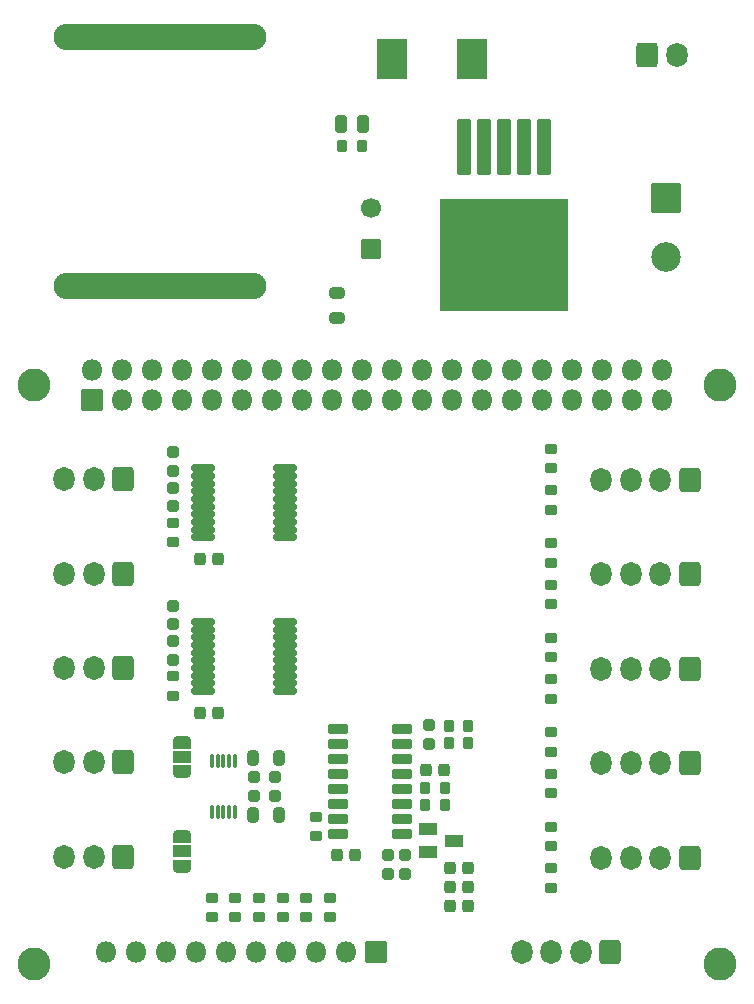
<source format=gbr>
%TF.GenerationSoftware,KiCad,Pcbnew,(6.0.9-0)*%
%TF.CreationDate,2023-01-29T21:41:42+00:00*%
%TF.ProjectId,FiringPi,46697269-6e67-4506-992e-6b696361645f,rev?*%
%TF.SameCoordinates,Original*%
%TF.FileFunction,Soldermask,Top*%
%TF.FilePolarity,Negative*%
%FSLAX46Y46*%
G04 Gerber Fmt 4.6, Leading zero omitted, Abs format (unit mm)*
G04 Created by KiCad (PCBNEW (6.0.9-0)) date 2023-01-29 21:41:42*
%MOMM*%
%LPD*%
G01*
G04 APERTURE LIST*
G04 Aperture macros list*
%AMRoundRect*
0 Rectangle with rounded corners*
0 $1 Rounding radius*
0 $2 $3 $4 $5 $6 $7 $8 $9 X,Y pos of 4 corners*
0 Add a 4 corners polygon primitive as box body*
4,1,4,$2,$3,$4,$5,$6,$7,$8,$9,$2,$3,0*
0 Add four circle primitives for the rounded corners*
1,1,$1+$1,$2,$3*
1,1,$1+$1,$4,$5*
1,1,$1+$1,$6,$7*
1,1,$1+$1,$8,$9*
0 Add four rect primitives between the rounded corners*
20,1,$1+$1,$2,$3,$4,$5,0*
20,1,$1+$1,$4,$5,$6,$7,0*
20,1,$1+$1,$6,$7,$8,$9,0*
20,1,$1+$1,$8,$9,$2,$3,0*%
%AMFreePoly0*
4,1,37,0.585355,0.785355,0.600000,0.750000,0.600000,-0.750000,0.585355,-0.785355,0.550000,-0.800000,0.000000,-0.800000,-0.012524,-0.794812,-0.080857,-0.793560,-0.094851,-0.791293,-0.230166,-0.749018,-0.242962,-0.742915,-0.360972,-0.664360,-0.371540,-0.654911,-0.462760,-0.546392,-0.470252,-0.534356,-0.527347,-0.404597,-0.531159,-0.390943,-0.548742,-0.256483,-0.547388,-0.256306,-0.550000,-0.250000,
-0.550000,0.250000,-0.549522,0.251153,-0.549368,0.263802,-0.527557,0.403879,-0.523412,0.417435,-0.463164,0.545760,-0.455381,0.557609,-0.361537,0.663867,-0.350741,0.673055,-0.230846,0.748703,-0.217905,0.754492,-0.081598,0.793449,-0.067552,0.795373,-0.011991,0.795033,0.000000,0.800000,0.550000,0.800000,0.585355,0.785355,0.585355,0.785355,$1*%
%AMFreePoly1*
4,1,37,0.012350,0.794884,0.074210,0.794507,0.088231,0.792412,0.224052,0.751793,0.236921,0.745846,0.355883,0.668739,0.366566,0.659420,0.459104,0.552023,0.466742,0.540080,0.525419,0.411028,0.529398,0.397421,0.549495,0.257088,0.550000,0.250000,0.550000,-0.250000,0.549996,-0.250610,0.549847,-0.262826,0.549158,-0.270511,0.525638,-0.410312,0.521328,-0.423818,0.459516,-0.551397,
0.451589,-0.563150,0.356454,-0.668254,0.345546,-0.677309,0.224736,-0.751486,0.211726,-0.757116,0.074953,-0.794405,0.060885,-0.796158,0.011462,-0.795252,0.000000,-0.800000,-0.550000,-0.800000,-0.585355,-0.785355,-0.600000,-0.750000,-0.600000,0.750000,-0.585355,0.785355,-0.550000,0.800000,0.000000,0.800000,0.012350,0.794884,0.012350,0.794884,$1*%
G04 Aperture macros list end*
%ADD10RoundRect,0.275000X-0.225000X-0.250000X0.225000X-0.250000X0.225000X0.250000X-0.225000X0.250000X0*%
%ADD11RoundRect,0.050000X-1.200000X1.200000X-1.200000X-1.200000X1.200000X-1.200000X1.200000X1.200000X0*%
%ADD12C,2.500000*%
%ADD13RoundRect,0.250000X-0.275000X0.200000X-0.275000X-0.200000X0.275000X-0.200000X0.275000X0.200000X0*%
%ADD14FreePoly0,270.000000*%
%ADD15RoundRect,0.050000X-0.750000X0.500000X-0.750000X-0.500000X0.750000X-0.500000X0.750000X0.500000X0*%
%ADD16FreePoly1,270.000000*%
%ADD17RoundRect,0.300000X0.600000X0.725000X-0.600000X0.725000X-0.600000X-0.725000X0.600000X-0.725000X0*%
%ADD18O,1.800000X2.050000*%
%ADD19RoundRect,0.268750X0.218750X0.381250X-0.218750X0.381250X-0.218750X-0.381250X0.218750X-0.381250X0*%
%ADD20RoundRect,0.275000X0.250000X-0.225000X0.250000X0.225000X-0.250000X0.225000X-0.250000X-0.225000X0*%
%ADD21RoundRect,0.250000X0.275000X-0.200000X0.275000X0.200000X-0.275000X0.200000X-0.275000X-0.200000X0*%
%ADD22RoundRect,0.275000X-0.250000X0.225000X-0.250000X-0.225000X0.250000X-0.225000X0.250000X0.225000X0*%
%ADD23RoundRect,0.250000X-0.200000X-0.275000X0.200000X-0.275000X0.200000X0.275000X-0.200000X0.275000X0*%
%ADD24RoundRect,0.293750X0.243750X0.456250X-0.243750X0.456250X-0.243750X-0.456250X0.243750X-0.456250X0*%
%ADD25RoundRect,0.268750X0.381250X-0.218750X0.381250X0.218750X-0.381250X0.218750X-0.381250X-0.218750X0*%
%ADD26C,2.800000*%
%ADD27RoundRect,0.175000X-0.825000X-0.125000X0.825000X-0.125000X0.825000X0.125000X-0.825000X0.125000X0*%
%ADD28RoundRect,0.050000X-0.700000X0.500000X-0.700000X-0.500000X0.700000X-0.500000X0.700000X0.500000X0*%
%ADD29RoundRect,0.050000X-1.250000X1.650000X-1.250000X-1.650000X1.250000X-1.650000X1.250000X1.650000X0*%
%ADD30O,18.007000X2.259000*%
%ADD31RoundRect,0.050000X-0.762500X0.350000X-0.762500X-0.350000X0.762500X-0.350000X0.762500X0.350000X0*%
%ADD32RoundRect,0.300000X-0.600000X-0.750000X0.600000X-0.750000X0.600000X0.750000X-0.600000X0.750000X0*%
%ADD33O,1.800000X2.100000*%
%ADD34RoundRect,0.268750X-0.218750X-0.381250X0.218750X-0.381250X0.218750X0.381250X-0.218750X0.381250X0*%
%ADD35RoundRect,0.250000X0.200000X0.275000X-0.200000X0.275000X-0.200000X-0.275000X0.200000X-0.275000X0*%
%ADD36RoundRect,0.050000X-0.125000X0.550000X-0.125000X-0.550000X0.125000X-0.550000X0.125000X0.550000X0*%
%ADD37RoundRect,0.050000X-0.850000X0.850000X-0.850000X-0.850000X0.850000X-0.850000X0.850000X0.850000X0*%
%ADD38O,1.800000X1.800000*%
%ADD39RoundRect,0.050000X-0.550000X2.300000X-0.550000X-2.300000X0.550000X-2.300000X0.550000X2.300000X0*%
%ADD40RoundRect,0.050000X-5.400000X4.700000X-5.400000X-4.700000X5.400000X-4.700000X5.400000X4.700000X0*%
%ADD41RoundRect,0.268750X-0.218750X-0.256250X0.218750X-0.256250X0.218750X0.256250X-0.218750X0.256250X0*%
%ADD42C,1.700000*%
%ADD43RoundRect,0.050000X0.800000X-0.800000X0.800000X0.800000X-0.800000X0.800000X-0.800000X-0.800000X0*%
G04 APERTURE END LIST*
D10*
%TO.C,C4*%
X63175000Y-98500000D03*
X64725000Y-98500000D03*
%TD*%
D11*
%TO.C,C1*%
X81500000Y-40176041D03*
D12*
X81500000Y-45176041D03*
%TD*%
D13*
%TO.C,R22*%
X71750000Y-80925000D03*
X71750000Y-82575000D03*
%TD*%
D14*
%TO.C,JP2*%
X40500000Y-94200000D03*
D15*
X40500000Y-95500000D03*
D16*
X40500000Y-96800000D03*
%TD*%
D10*
%TO.C,C16*%
X41975000Y-70750000D03*
X43525000Y-70750000D03*
%TD*%
D17*
%TO.C,J12*%
X35500000Y-63975000D03*
D18*
X33000000Y-63975000D03*
X30500000Y-63975000D03*
%TD*%
D19*
%TO.C,FB2*%
X48662500Y-92400000D03*
X46537500Y-92400000D03*
%TD*%
D13*
%TO.C,R20*%
X71750000Y-72925000D03*
X71750000Y-74575000D03*
%TD*%
D17*
%TO.C,PT0*%
X83500000Y-64025000D03*
D18*
X81000000Y-64025000D03*
X78500000Y-64025000D03*
X76000000Y-64025000D03*
%TD*%
D17*
%TO.C,PT6*%
X35500000Y-96000000D03*
D18*
X33000000Y-96000000D03*
X30500000Y-96000000D03*
%TD*%
D20*
%TO.C,C10*%
X46600000Y-90775000D03*
X46600000Y-89225000D03*
%TD*%
D21*
%TO.C,R17*%
X71750000Y-63075000D03*
X71750000Y-61425000D03*
%TD*%
D22*
%TO.C,C9*%
X57900000Y-95850000D03*
X57900000Y-97400000D03*
%TD*%
D21*
%TO.C,R9*%
X43000000Y-101075000D03*
X43000000Y-99425000D03*
%TD*%
D20*
%TO.C,C5*%
X61400000Y-86375000D03*
X61400000Y-84825000D03*
%TD*%
D23*
%TO.C,R10*%
X63075000Y-86350000D03*
X64725000Y-86350000D03*
%TD*%
D24*
%TO.C,D2*%
X55837500Y-33900000D03*
X53962500Y-33900000D03*
%TD*%
D25*
%TO.C,FB1*%
X53621320Y-48187500D03*
X53621320Y-50312500D03*
%TD*%
D26*
%TO.C,H2*%
X86000000Y-56000000D03*
%TD*%
D27*
%TO.C,U6*%
X42250000Y-63075000D03*
X42250000Y-63725000D03*
X42250000Y-64375000D03*
X42250000Y-65025000D03*
X42250000Y-65675000D03*
X42250000Y-66325000D03*
X42250000Y-66975000D03*
X42250000Y-67625000D03*
X42250000Y-68275000D03*
X42250000Y-68925000D03*
X49250000Y-68925000D03*
X49250000Y-68275000D03*
X49250000Y-67625000D03*
X49250000Y-66975000D03*
X49250000Y-66325000D03*
X49250000Y-65675000D03*
X49250000Y-65025000D03*
X49250000Y-64375000D03*
X49250000Y-63725000D03*
X49250000Y-63075000D03*
%TD*%
D13*
%TO.C,R16*%
X39750000Y-82325000D03*
X39750000Y-80675000D03*
%TD*%
D28*
%TO.C,Q1*%
X61300000Y-93650000D03*
X63500000Y-94600000D03*
X61300000Y-95550000D03*
%TD*%
D26*
%TO.C,H3*%
X86000000Y-105000000D03*
%TD*%
D17*
%TO.C,PT2*%
X83500000Y-80025000D03*
D18*
X81000000Y-80025000D03*
X78500000Y-80025000D03*
X76000000Y-80025000D03*
%TD*%
D22*
%TO.C,C13*%
X39750000Y-64725000D03*
X39750000Y-66275000D03*
%TD*%
D13*
%TO.C,R24*%
X71750000Y-88925000D03*
X71750000Y-90575000D03*
%TD*%
D23*
%TO.C,R13*%
X61075000Y-90100000D03*
X62725000Y-90100000D03*
%TD*%
D14*
%TO.C,JP1*%
X40500000Y-86200000D03*
D15*
X40500000Y-87500000D03*
D16*
X40500000Y-88800000D03*
%TD*%
D13*
%TO.C,R18*%
X71750000Y-64925000D03*
X71750000Y-66575000D03*
%TD*%
D21*
%TO.C,R23*%
X71750000Y-87075000D03*
X71750000Y-85425000D03*
%TD*%
D10*
%TO.C,C6*%
X61125000Y-88600000D03*
X62675000Y-88600000D03*
%TD*%
D20*
%TO.C,C14*%
X39750000Y-76275000D03*
X39750000Y-74725000D03*
%TD*%
D17*
%TO.C,LC0*%
X76750000Y-104025000D03*
D18*
X74250000Y-104025000D03*
X71750000Y-104025000D03*
X69250000Y-104025000D03*
%TD*%
D29*
%TO.C,D1*%
X65075000Y-28425000D03*
X58275000Y-28425000D03*
%TD*%
D10*
%TO.C,C3*%
X63175000Y-100100000D03*
X64725000Y-100100000D03*
%TD*%
D13*
%TO.C,R26*%
X71750000Y-96925000D03*
X71750000Y-98575000D03*
%TD*%
D21*
%TO.C,R5*%
X51000000Y-101075000D03*
X51000000Y-99425000D03*
%TD*%
D26*
%TO.C,H4*%
X28000000Y-105000000D03*
%TD*%
D22*
%TO.C,C8*%
X59400000Y-95850000D03*
X59400000Y-97400000D03*
%TD*%
D30*
%TO.C,L7*%
X38621320Y-47662320D03*
X38621320Y-26580320D03*
%TD*%
D20*
%TO.C,C12*%
X39750000Y-63275000D03*
X39750000Y-61725000D03*
%TD*%
D31*
%TO.C,IC1*%
X59112000Y-94045000D03*
X59112000Y-92775000D03*
X59112000Y-91505000D03*
X59112000Y-90235000D03*
X59112000Y-88965000D03*
X59112000Y-87695000D03*
X59112000Y-86425000D03*
X59112000Y-85155000D03*
X53688000Y-85155000D03*
X53688000Y-86425000D03*
X53688000Y-87695000D03*
X53688000Y-88965000D03*
X53688000Y-90235000D03*
X53688000Y-91505000D03*
X53688000Y-92775000D03*
X53688000Y-94045000D03*
%TD*%
D26*
%TO.C,H1*%
X28000000Y-56000000D03*
%TD*%
D10*
%TO.C,C7*%
X53625000Y-95850000D03*
X55175000Y-95850000D03*
%TD*%
D23*
%TO.C,R11*%
X63075000Y-84850000D03*
X64725000Y-84850000D03*
%TD*%
%TO.C,R12*%
X62725000Y-91600000D03*
X61075000Y-91600000D03*
%TD*%
D32*
%TO.C,24V1*%
X79871320Y-28096320D03*
D33*
X82371320Y-28096320D03*
%TD*%
D34*
%TO.C,FB3*%
X46537500Y-87600000D03*
X48662500Y-87600000D03*
%TD*%
D21*
%TO.C,R21*%
X71750000Y-79075000D03*
X71750000Y-77425000D03*
%TD*%
D17*
%TO.C,RTD0*%
X35500000Y-72000000D03*
D18*
X33000000Y-72000000D03*
X30500000Y-72000000D03*
%TD*%
D35*
%TO.C,R1*%
X54075000Y-35800000D03*
X55725000Y-35800000D03*
%TD*%
D22*
%TO.C,C15*%
X39750000Y-77725000D03*
X39750000Y-79275000D03*
%TD*%
D20*
%TO.C,C11*%
X48400000Y-90775000D03*
X48400000Y-89225000D03*
%TD*%
D21*
%TO.C,R19*%
X71750000Y-71075000D03*
X71750000Y-69425000D03*
%TD*%
%TO.C,R8*%
X45000000Y-101075000D03*
X45000000Y-99425000D03*
%TD*%
%TO.C,R7*%
X47000000Y-101075000D03*
X47000000Y-99425000D03*
%TD*%
D36*
%TO.C,U5*%
X45000000Y-87850000D03*
X44500000Y-87850000D03*
X44000000Y-87850000D03*
X43500000Y-87850000D03*
X43000000Y-87850000D03*
X43000000Y-92150000D03*
X43500000Y-92150000D03*
X44000000Y-92150000D03*
X44500000Y-92150000D03*
X45000000Y-92150000D03*
%TD*%
D17*
%TO.C,RTD1*%
X35500000Y-80000000D03*
D18*
X33000000Y-80000000D03*
X30500000Y-80000000D03*
%TD*%
D10*
%TO.C,C17*%
X42000000Y-83750000D03*
X43550000Y-83750000D03*
%TD*%
D17*
%TO.C,PT5*%
X35500000Y-87975000D03*
D18*
X33000000Y-87975000D03*
X30500000Y-87975000D03*
%TD*%
D37*
%TO.C,RELAY1*%
X56925000Y-104000000D03*
D38*
X54385000Y-104000000D03*
X51845000Y-104000000D03*
X49305000Y-104000000D03*
X46765000Y-104000000D03*
X44225000Y-104000000D03*
X41685000Y-104000000D03*
X39145000Y-104000000D03*
X36605000Y-104000000D03*
X34065000Y-104000000D03*
%TD*%
D21*
%TO.C,R25*%
X71750000Y-95075000D03*
X71750000Y-93425000D03*
%TD*%
D17*
%TO.C,PT3*%
X83500000Y-88025000D03*
D18*
X81000000Y-88025000D03*
X78500000Y-88025000D03*
X76000000Y-88025000D03*
%TD*%
D21*
%TO.C,R4*%
X53000000Y-101075000D03*
X53000000Y-99425000D03*
%TD*%
D13*
%TO.C,R15*%
X39750000Y-69325000D03*
X39750000Y-67675000D03*
%TD*%
D21*
%TO.C,R14*%
X51800000Y-94225000D03*
X51800000Y-92575000D03*
%TD*%
D17*
%TO.C,PT1*%
X83500000Y-72050000D03*
D18*
X81000000Y-72050000D03*
X78500000Y-72050000D03*
X76000000Y-72050000D03*
%TD*%
D21*
%TO.C,R6*%
X49000000Y-101075000D03*
X49000000Y-99425000D03*
%TD*%
D18*
%TO.C,PT4*%
X76000000Y-96025000D03*
X78500000Y-96025000D03*
X81000000Y-96025000D03*
D17*
X83500000Y-96025000D03*
%TD*%
D27*
%TO.C,U7*%
X42250000Y-76075000D03*
X42250000Y-76725000D03*
X42250000Y-77375000D03*
X42250000Y-78025000D03*
X42250000Y-78675000D03*
X42250000Y-79325000D03*
X42250000Y-79975000D03*
X42250000Y-80625000D03*
X42250000Y-81275000D03*
X42250000Y-81925000D03*
X49250000Y-81925000D03*
X49250000Y-81275000D03*
X49250000Y-80625000D03*
X49250000Y-79975000D03*
X49250000Y-79325000D03*
X49250000Y-78675000D03*
X49250000Y-78025000D03*
X49250000Y-77375000D03*
X49250000Y-76725000D03*
X49250000Y-76075000D03*
%TD*%
D39*
%TO.C,U4*%
X64325000Y-35875000D03*
X66025000Y-35875000D03*
D40*
X67725000Y-45025000D03*
D39*
X67725000Y-35875000D03*
X69425000Y-35875000D03*
X71125000Y-35875000D03*
%TD*%
D41*
%TO.C,L6*%
X63162500Y-96900000D03*
X64737500Y-96900000D03*
%TD*%
D42*
%TO.C,C2*%
X56500000Y-41000000D03*
D43*
X56500000Y-44500000D03*
%TD*%
D37*
%TO.C,P1*%
X32900000Y-57290000D03*
D38*
X32900000Y-54750000D03*
X35440000Y-57290000D03*
X35440000Y-54750000D03*
X37980000Y-57290000D03*
X37980000Y-54750000D03*
X40520000Y-57290000D03*
X40520000Y-54750000D03*
X43060000Y-57290000D03*
X43060000Y-54750000D03*
X45600000Y-57290000D03*
X45600000Y-54750000D03*
X48140000Y-57290000D03*
X48140000Y-54750000D03*
X50680000Y-57290000D03*
X50680000Y-54750000D03*
X53220000Y-57290000D03*
X53220000Y-54750000D03*
X55760000Y-57290000D03*
X55760000Y-54750000D03*
X58300000Y-57290000D03*
X58300000Y-54750000D03*
X60840000Y-57290000D03*
X60840000Y-54750000D03*
X63380000Y-57290000D03*
X63380000Y-54750000D03*
X65920000Y-57290000D03*
X65920000Y-54750000D03*
X68460000Y-57290000D03*
X68460000Y-54750000D03*
X71000000Y-57290000D03*
X71000000Y-54750000D03*
X73540000Y-57290000D03*
X73540000Y-54750000D03*
X76080000Y-57290000D03*
X76080000Y-54750000D03*
X78620000Y-57290000D03*
X78620000Y-54750000D03*
X81160000Y-57290000D03*
X81160000Y-54750000D03*
%TD*%
M02*

</source>
